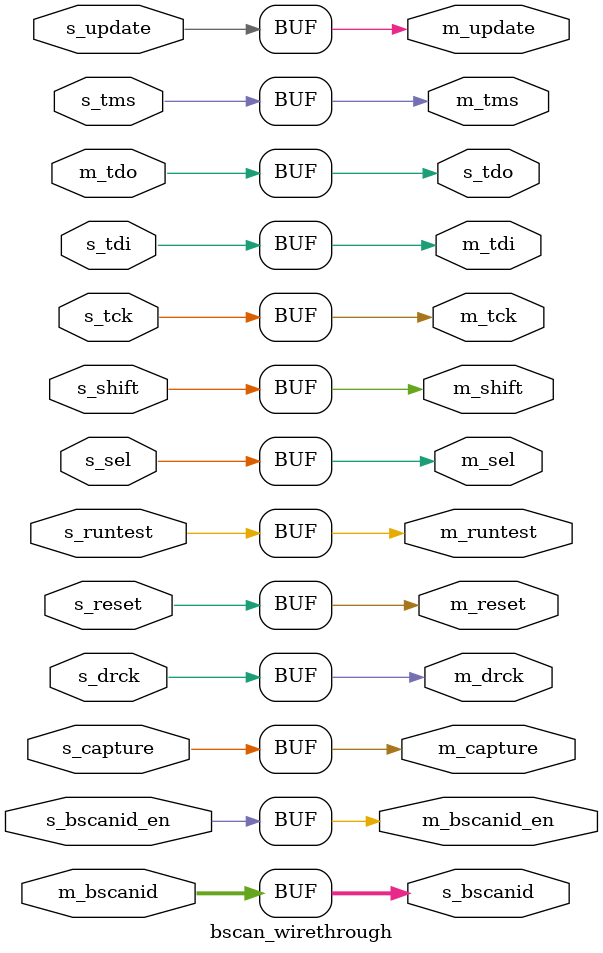
<source format=v>
module bscan_wirethrough
#(
parameter integer C_DRCK_WIDTH = 1,
parameter integer C_HAS_DRCK = 1,
parameter integer C_RESET_WIDTH = 1,
parameter integer C_HAS_RESET = 1,
parameter integer C_SEL_WIDTH = 1,
parameter integer C_HAS_SEL = 1,
parameter integer C_CAPTURE_WIDTH = 1,
parameter integer C_HAS_CAPTURE = 1,
parameter integer C_SHIFT_WIDTH = 1,
parameter integer C_HAS_SHIFT = 1,
parameter integer C_UPDATE_WIDTH = 1,
parameter integer C_HAS_UPDATE = 1,
parameter integer C_TDI_WIDTH = 1,
parameter integer C_HAS_TDI = 1,
parameter integer C_RUNTEST_WIDTH = 1,
parameter integer C_HAS_RUNTEST = 1,
parameter integer C_TCK_WIDTH = 1,
parameter integer C_HAS_TCK = 1,
parameter integer C_TMS_WIDTH = 1,
parameter integer C_HAS_TMS = 1,
parameter integer C_BSCANID_EN_WIDTH = 1,
parameter integer C_HAS_BSCANID_EN = 1,
parameter integer C_BSCANID_WIDTH = 32,
parameter integer C_HAS_BSCANID = 1,
parameter integer C_TDO_WIDTH = 1,
parameter integer C_HAS_TDO = 1
)
(
(* X_INTERFACE_INFO = "xilinx.com:interface:bscan_rtl:1.0 M_BSCAN DRCK " *)
 output wire [((C_DRCK_WIDTH>0)?C_DRCK_WIDTH:1)-1:0] m_drck,
(* X_INTERFACE_INFO = "xilinx.com:interface:bscan_rtl:1.0 M_BSCAN RESET " *)
 output wire [((C_RESET_WIDTH>0)?C_RESET_WIDTH:1)-1:0] m_reset,
(* X_INTERFACE_INFO = "xilinx.com:interface:bscan_rtl:1.0 M_BSCAN SEL " *)
 output wire [((C_SEL_WIDTH>0)?C_SEL_WIDTH:1)-1:0] m_sel,
(* X_INTERFACE_INFO = "xilinx.com:interface:bscan_rtl:1.0 M_BSCAN CAPTURE " *)
 output wire [((C_CAPTURE_WIDTH>0)?C_CAPTURE_WIDTH:1)-1:0] m_capture,
(* X_INTERFACE_INFO = "xilinx.com:interface:bscan_rtl:1.0 M_BSCAN SHIFT " *)
 output wire [((C_SHIFT_WIDTH>0)?C_SHIFT_WIDTH:1)-1:0] m_shift,
(* X_INTERFACE_INFO = "xilinx.com:interface:bscan_rtl:1.0 M_BSCAN UPDATE " *)
 output wire [((C_UPDATE_WIDTH>0)?C_UPDATE_WIDTH:1)-1:0] m_update,
(* X_INTERFACE_INFO = "xilinx.com:interface:bscan_rtl:1.0 M_BSCAN TDI " *)
 output wire [((C_TDI_WIDTH>0)?C_TDI_WIDTH:1)-1:0] m_tdi,
(* X_INTERFACE_INFO = "xilinx.com:interface:bscan_rtl:1.0 M_BSCAN RUNTEST " *)
 output wire [((C_RUNTEST_WIDTH>0)?C_RUNTEST_WIDTH:1)-1:0] m_runtest,
(* X_INTERFACE_INFO = "xilinx.com:interface:bscan_rtl:1.0 M_BSCAN TCK " *)
 output wire [((C_TCK_WIDTH>0)?C_TCK_WIDTH:1)-1:0] m_tck,
(* X_INTERFACE_INFO = "xilinx.com:interface:bscan_rtl:1.0 M_BSCAN TMS " *)
 output wire [((C_TMS_WIDTH>0)?C_TMS_WIDTH:1)-1:0] m_tms,
(* X_INTERFACE_INFO = "xilinx.com:interface:bscan_rtl:1.0 M_BSCAN BSCANID_EN " *)
 output wire [((C_BSCANID_EN_WIDTH>0)?C_BSCANID_EN_WIDTH:1)-1:0] m_bscanid_en,
(* X_INTERFACE_INFO = "xilinx.com:interface:bscan_rtl:1.0 M_BSCAN BSCANID " *)
 input wire [((C_BSCANID_WIDTH>0)?C_BSCANID_WIDTH:1)-1:0] m_bscanid,
(* X_INTERFACE_INFO = "xilinx.com:interface:bscan_rtl:1.0 M_BSCAN TDO " *)
 input wire [((C_TDO_WIDTH>0)?C_TDO_WIDTH:1)-1:0] m_tdo,
(* X_INTERFACE_INFO = "xilinx.com:interface:bscan_rtl:1.0 S_BSCAN DRCK " *)
input wire [((C_DRCK_WIDTH>0)?C_DRCK_WIDTH:1)-1:0] s_drck,
(* X_INTERFACE_INFO = "xilinx.com:interface:bscan_rtl:1.0 S_BSCAN RESET " *)
input wire [((C_RESET_WIDTH>0)?C_RESET_WIDTH:1)-1:0] s_reset,
(* X_INTERFACE_INFO = "xilinx.com:interface:bscan_rtl:1.0 S_BSCAN SEL " *)
input wire [((C_SEL_WIDTH>0)?C_SEL_WIDTH:1)-1:0] s_sel,
(* X_INTERFACE_INFO = "xilinx.com:interface:bscan_rtl:1.0 S_BSCAN CAPTURE " *)
input wire [((C_CAPTURE_WIDTH>0)?C_CAPTURE_WIDTH:1)-1:0] s_capture,
(* X_INTERFACE_INFO = "xilinx.com:interface:bscan_rtl:1.0 S_BSCAN SHIFT " *)
input wire [((C_SHIFT_WIDTH>0)?C_SHIFT_WIDTH:1)-1:0] s_shift,
(* X_INTERFACE_INFO = "xilinx.com:interface:bscan_rtl:1.0 S_BSCAN UPDATE " *)
input wire [((C_UPDATE_WIDTH>0)?C_UPDATE_WIDTH:1)-1:0] s_update,
(* X_INTERFACE_INFO = "xilinx.com:interface:bscan_rtl:1.0 S_BSCAN TDI " *)
input wire [((C_TDI_WIDTH>0)?C_TDI_WIDTH:1)-1:0] s_tdi,
(* X_INTERFACE_INFO = "xilinx.com:interface:bscan_rtl:1.0 S_BSCAN RUNTEST " *)
input wire [((C_RUNTEST_WIDTH>0)?C_RUNTEST_WIDTH:1)-1:0] s_runtest,
(* X_INTERFACE_INFO = "xilinx.com:interface:bscan_rtl:1.0 S_BSCAN TCK " *)
input wire [((C_TCK_WIDTH>0)?C_TCK_WIDTH:1)-1:0] s_tck,
(* X_INTERFACE_INFO = "xilinx.com:interface:bscan_rtl:1.0 S_BSCAN TMS " *)
input wire [((C_TMS_WIDTH>0)?C_TMS_WIDTH:1)-1:0] s_tms,
(* X_INTERFACE_INFO = "xilinx.com:interface:bscan_rtl:1.0 S_BSCAN BSCANID_EN " *)
input wire [((C_BSCANID_EN_WIDTH>0)?C_BSCANID_EN_WIDTH:1)-1:0] s_bscanid_en,
(* X_INTERFACE_INFO = "xilinx.com:interface:bscan_rtl:1.0 S_BSCAN BSCANID " *)
output wire [((C_BSCANID_WIDTH>0)?C_BSCANID_WIDTH:1)-1:0] s_bscanid,
(* X_INTERFACE_INFO = "xilinx.com:interface:bscan_rtl:1.0 S_BSCAN TDO " *)
output wire [((C_TDO_WIDTH>0)?C_TDO_WIDTH:1)-1:0] s_tdo
);
assign m_drck = s_drck;
assign m_reset = s_reset;
assign m_sel = s_sel;
assign m_capture = s_capture;
assign m_shift = s_shift;
assign m_update = s_update;
assign m_tdi = s_tdi;
assign m_runtest = s_runtest;
assign m_tck = s_tck;
assign m_tms = s_tms;
assign m_bscanid_en = s_bscanid_en;
assign s_bscanid = m_bscanid;
assign s_tdo = m_tdo;
endmodule

</source>
